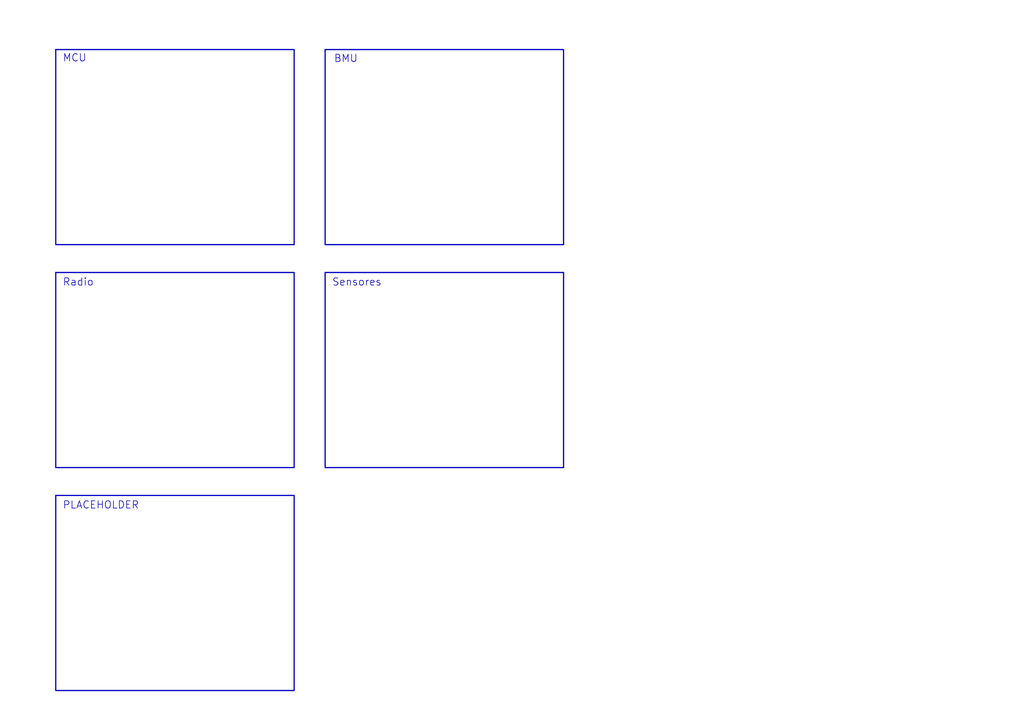
<source format=kicad_sch>
(kicad_sch
	(version 20250114)
	(generator "eeschema")
	(generator_version "9.0")
	(uuid "c26317f0-1deb-4048-861b-c806130be224")
	(paper "A3")
	(title_block
		(title "NEECMESH")
		(company "NEEC")
	)
	(lib_symbols)
	(rectangle
		(start 22.86 20.32)
		(end 120.65 100.33)
		(stroke
			(width 0.5)
			(type default)
		)
		(fill
			(type none)
		)
		(uuid 29141030-7bd0-44b9-b81b-03f008ba0679)
	)
	(rectangle
		(start 22.86 203.2)
		(end 120.65 283.21)
		(stroke
			(width 0.5)
			(type default)
		)
		(fill
			(type none)
		)
		(uuid 3fb0794b-884e-4600-9221-844328edd139)
	)
	(rectangle
		(start 133.35 111.76)
		(end 231.14 191.77)
		(stroke
			(width 0.5)
			(type default)
		)
		(fill
			(type none)
		)
		(uuid 5728617d-f80d-4bc0-aa60-fd1a8d1161c0)
	)
	(rectangle
		(start 22.86 111.76)
		(end 120.65 191.77)
		(stroke
			(width 0.5)
			(type default)
		)
		(fill
			(type none)
		)
		(uuid cdafa9dc-ec24-4dd3-8f5b-3941da1a1c67)
	)
	(rectangle
		(start 133.35 20.32)
		(end 231.14 100.33)
		(stroke
			(width 0.5)
			(type default)
		)
		(fill
			(type none)
		)
		(uuid f89f980e-16ce-47d1-803c-395c9fdcf377)
	)
	(text "BMU"
		(exclude_from_sim no)
		(at 136.906 24.13 0)
		(effects
			(font
				(face "KiCad Font")
				(size 3 3)
				(thickness 0.254)
				(bold yes)
			)
			(justify left)
		)
		(uuid "3fddbcfe-8005-4c97-8dd3-c9ac9b60e2e6")
	)
	(text "Radio"
		(exclude_from_sim no)
		(at 25.654 115.824 0)
		(effects
			(font
				(face "KiCad Font")
				(size 3 3)
				(thickness 0.254)
				(bold yes)
			)
			(justify left)
		)
		(uuid "4fcbf210-4a03-4c87-a525-69f7cc4b34a8")
	)
	(text "Sensores"
		(exclude_from_sim no)
		(at 136.144 115.824 0)
		(effects
			(font
				(face "KiCad Font")
				(size 3 3)
				(thickness 0.254)
				(bold yes)
			)
			(justify left)
		)
		(uuid "71412a27-a98b-4271-aa8d-4b76b37900ff")
	)
	(text "MCU"
		(exclude_from_sim no)
		(at 25.654 23.876 0)
		(effects
			(font
				(face "KiCad Font")
				(size 3 3)
				(thickness 0.254)
				(bold yes)
			)
			(justify left)
		)
		(uuid "95f17bf3-0200-4c3f-a146-ac8ea0877939")
	)
	(text "PLACEHOLDER"
		(exclude_from_sim no)
		(at 25.654 207.264 0)
		(effects
			(font
				(face "KiCad Font")
				(size 3 3)
				(thickness 0.254)
				(bold yes)
			)
			(justify left)
		)
		(uuid "ea448277-27da-463c-aa06-ea99a1c1a191")
	)
	(sheet_instances
		(path "/"
			(page "1")
		)
	)
	(embedded_fonts no)
)

</source>
